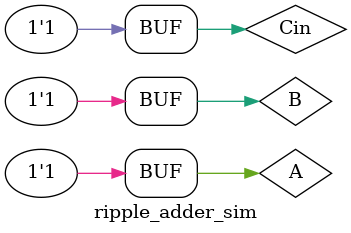
<source format=v>
`timescale 1ns / 1ps

module ripple_adder_sim;

reg A, B, Cin;
wire Cout, S;

ripple_adder ttul(.A(A), .B(B), .Cin(Cin), .Cout(Cout), .S(S));

initial
begin
    A = 0; B = 0; Cin = 0;
    #10 A = 1;
    #10 B = 1; A = 0;
    #10 A = 1;
    #10 Cin = 1; A = 0; B = 0;
    #10 A = 1;
    #10 B = 1; A = 0;
    #10 A = 1;
    #10;
end

endmodule
</source>
